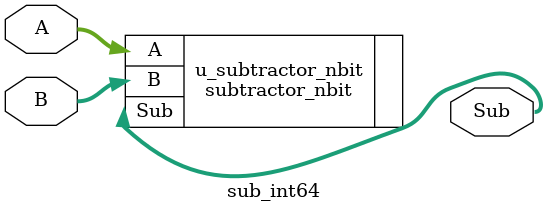
<source format=v>

module sub_int64 #(
    parameter WIDTH = 64
)(
    input [WIDTH-1:0] A,
    input [WIDTH-1:0] B,
    output [WIDTH-1:0] Sub
);
    subtractor_nbit #(
        .WIDTH(WIDTH)
    ) u_subtractor_nbit (
        .A(A),
        .B(B),
        .Sub(Sub)
    );
endmodule

</source>
